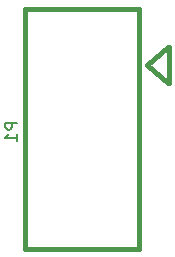
<source format=gbo>
G04 (created by PCBNEW (2013-mar-13)-testing) date Sat 10 Aug 2013 01:32:29 PM PDT*
%MOIN*%
G04 Gerber Fmt 3.4, Leading zero omitted, Abs format*
%FSLAX34Y34*%
G01*
G70*
G90*
G04 APERTURE LIST*
%ADD10C,0.005906*%
%ADD11C,0.015000*%
%ADD12C,0.008000*%
G04 APERTURE END LIST*
G54D10*
G54D11*
X41850Y-31000D02*
X41850Y-39000D01*
X41850Y-39000D02*
X45650Y-39000D01*
X45650Y-39000D02*
X45650Y-31000D01*
X45650Y-31000D02*
X41850Y-31000D01*
X46624Y-32283D02*
X46624Y-33465D01*
X45911Y-32888D02*
X46611Y-32288D01*
X46610Y-33488D02*
X45910Y-32888D01*
G54D12*
X41580Y-34804D02*
X41180Y-34804D01*
X41180Y-34957D01*
X41200Y-34995D01*
X41219Y-35014D01*
X41257Y-35033D01*
X41314Y-35033D01*
X41352Y-35014D01*
X41371Y-34995D01*
X41390Y-34957D01*
X41390Y-34804D01*
X41580Y-35414D02*
X41580Y-35185D01*
X41580Y-35300D02*
X41180Y-35300D01*
X41238Y-35261D01*
X41276Y-35223D01*
X41295Y-35185D01*
M02*

</source>
